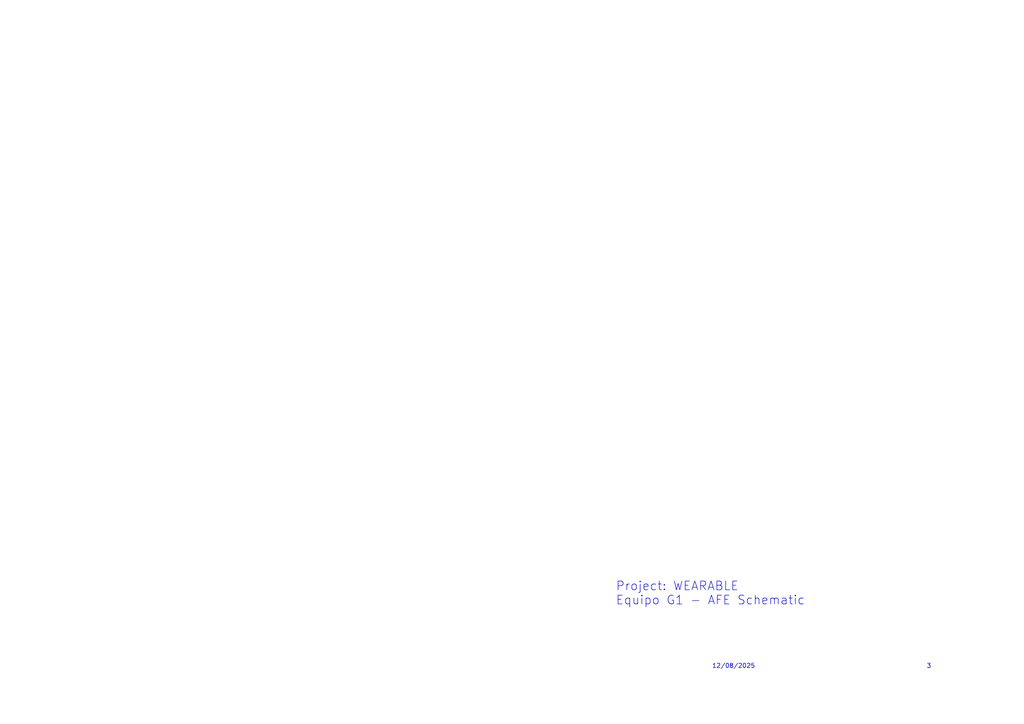
<source format=kicad_sch>
(kicad_sch
	(version 20250114)
	(generator "eeschema")
	(generator_version "9.0")
	(uuid "b9ee97f5-31fa-4fe0-a62c-29a829052439")
	(paper "A4")
	(lib_symbols)
	(text "Project: WEARABLE\nEquipo G1 - AFE Schematic\n\n"
		(exclude_from_sim no)
		(at 178.562 174.244 0)
		(effects
			(font
				(face "KiCad Font")
				(size 2.54 2.54)
			)
			(justify left)
		)
		(uuid "487a220f-6cc8-46e0-9a42-cbba04bc9e60")
	)
	(text "12/08/2025"
		(exclude_from_sim no)
		(at 206.502 193.294 0)
		(effects
			(font
				(size 1.27 1.27)
			)
			(justify left)
		)
		(uuid "8030aa20-8a1f-4e7e-9861-58cea82763ff")
	)
	(text "3\n"
		(exclude_from_sim no)
		(at 268.732 193.294 0)
		(effects
			(font
				(size 1.27 1.27)
			)
			(justify left)
		)
		(uuid "9e723ba8-9346-47f6-89dd-c4c67e0168df")
	)
)

</source>
